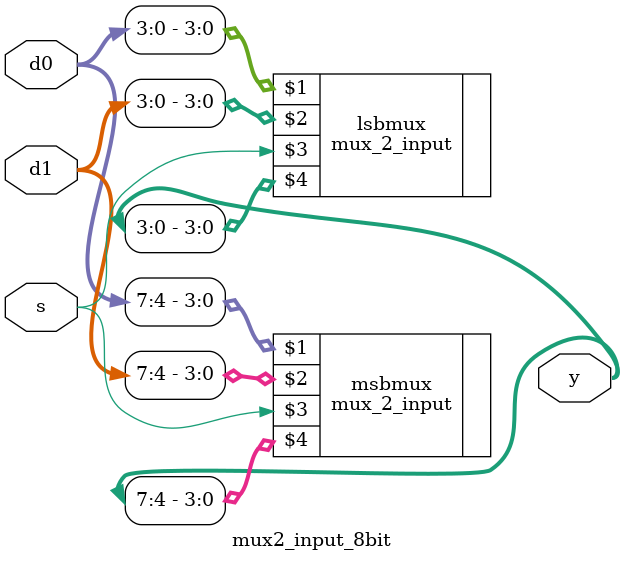
<source format=sv>
module mux2_input_8bit(input logic [7:0] d0, d1,
																						 input logic s,
																						 output logic [7:0] y);
	mux_2_input lsbmux(d0[3:0], d1[3:0], s, y[3:0]);
	mux_2_input msbmux(d0[7:4], d1[7:4], s, y[7:4]);
endmodule

/*
ACCESSING PARTS OF BUSSES

*/
</source>
